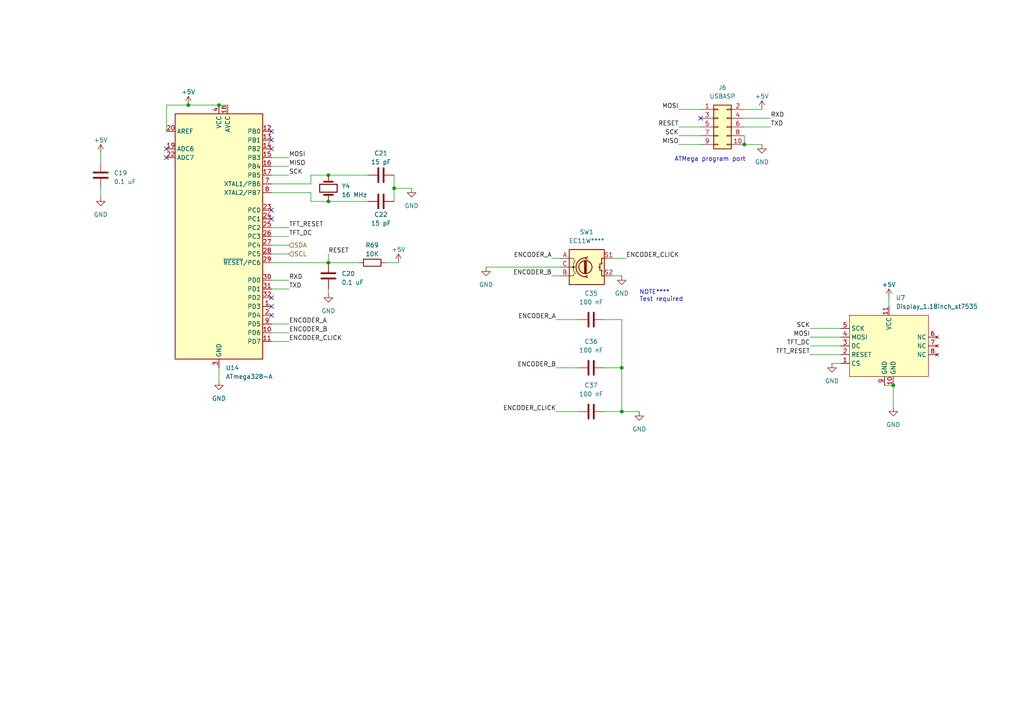
<source format=kicad_sch>
(kicad_sch (version 20230121) (generator eeschema)
  (paper "A4")
  (lib_symbols
    (symbol "Connector_Generic:Conn_02x05_Odd_Even" (pin_names (offset 1.016) hide)
      (property "Reference" "J" (at 1.27 7.62 0))
      (property "Value" "Conn_02x05_Odd_Even" (at 1.27 -7.62 0))
      (symbol "Conn_02x05_Odd_Even_1_1"
        (rectangle (start -1.27 -4.953) (end 0 -5.207) (stroke (width 0.1524)))
        (rectangle (start -1.27 -2.413) (end 0 -2.667) (stroke (width 0.1524)))
        (rectangle (start -1.27 0.127) (end 0 -0.127) (stroke (width 0.1524)))
        (rectangle (start -1.27 2.667) (end 0 2.413) (stroke (width 0.1524)))
        (rectangle (start -1.27 5.207) (end 0 4.953) (stroke (width 0.1524)))
        (rectangle (start -1.27 6.35) (end 3.81 -6.35) (stroke (width 0.254)) (fill (type background)))
        (rectangle (start 3.81 -4.953) (end 2.54 -5.207) (stroke (width 0.1524)))
        (rectangle (start 3.81 -2.413) (end 2.54 -2.667) (stroke (width 0.1524)))
        (rectangle (start 3.81 0.127) (end 2.54 -0.127) (stroke (width 0.1524)))
        (rectangle (start 3.81 2.667) (end 2.54 2.413) (stroke (width 0.1524)))
        (rectangle (start 3.81 5.207) (end 2.54 4.953) (stroke (width 0.1524)))
        (pin passive line (at -5.08 5.08 0) (length 3.81) (name "Pin_1") (number "1"))
        (pin passive line (at 7.62 -5.08 180) (length 3.81) (name "Pin_10") (number "10"))
        (pin passive line (at 7.62 5.08 180) (length 3.81) (name "Pin_2") (number "2"))
        (pin passive line (at -5.08 2.54 0) (length 3.81) (name "Pin_3") (number "3"))
        (pin passive line (at 7.62 2.54 180) (length 3.81) (name "Pin_4") (number "4"))
        (pin passive line (at -5.08 0 0) (length 3.81) (name "Pin_5") (number "5"))
        (pin passive line (at 7.62 0 180) (length 3.81) (name "Pin_6") (number "6"))
        (pin passive line (at -5.08 -2.54 0) (length 3.81) (name "Pin_7") (number "7"))
        (pin passive line (at 7.62 -2.54 180) (length 3.81) (name "Pin_8") (number "8"))
        (pin passive line (at -5.08 -5.08 0) (length 3.81) (name "Pin_9") (number "9"))
      )
    )
    (symbol "Device:C" (pin_numbers hide) (pin_names (offset 0.254))
      (property "Reference" "C" (at 0.635 2.54 0))
      (property "Value" "C" (at 0.635 -2.54 0))
      (symbol "C_0_1"
        (polyline (pts (xy -2.032 -0.762) (xy 2.032 -0.762)) (stroke (width 0.508)))
        (polyline (pts (xy -2.032 0.762) (xy 2.032 0.762)) (stroke (width 0.508)))
      )
      (symbol "C_1_1"
        (pin passive line (at 0 3.81 270) (length 2.794) (name "~") (number "1"))
        (pin passive line (at 0 -3.81 90) (length 2.794) (name "~") (number "2"))
      )
    )
    (symbol "Device:Crystal" (pin_numbers hide) (pin_names (offset 1.016) hide)
      (property "Reference" "Y" (at 0 3.81 0))
      (property "Value" "Crystal" (at 0 -3.81 0))
      (symbol "Crystal_0_1"
        (rectangle (start -1.143 2.54) (end 1.143 -2.54) (stroke (width 0.3048)))
        (polyline (pts (xy -2.54 0) (xy -1.905 0)))
        (polyline (pts (xy -1.905 -1.27) (xy -1.905 1.27)) (stroke (width 0.508)))
        (polyline (pts (xy 1.905 -1.27) (xy 1.905 1.27)) (stroke (width 0.508)))
        (polyline (pts (xy 2.54 0) (xy 1.905 0)))
      )
      (symbol "Crystal_1_1"
        (pin passive line (at -3.81 0 0) (length 1.27) (name "1") (number "1"))
        (pin passive line (at 3.81 0 180) (length 1.27) (name "2") (number "2"))
      )
    )
    (symbol "Device:R" (pin_numbers hide) (pin_names (offset 0))
      (property "Reference" "R" (at 2.032 0 90))
      (property "Value" "R" (at 0 0 90))
      (symbol "R_0_1"
        (rectangle (start -1.016 -2.54) (end 1.016 2.54) (stroke (width 0.254)))
      )
      (symbol "R_1_1"
        (pin passive line (at 0 3.81 270) (length 1.27) (name "~") (number "1"))
        (pin passive line (at 0 -3.81 90) (length 1.27) (name "~") (number "2"))
      )
    )
    (symbol "Device:RotaryEncoder_Switch" (pin_names (offset 0.254) hide)
      (property "Reference" "SW" (at 0 6.604 0))
      (property "Value" "RotaryEncoder_Switch" (at 0 -6.604 0))
      (symbol "RotaryEncoder_Switch_0_1"
        (rectangle (start -5.08 5.08) (end 5.08 -5.08) (stroke (width 0.254)) (fill (type background)))
        (circle (center -3.81 0) (radius 0.254) (fill (type outline)))
        (circle (center -0.381 0) (radius 1.905) (stroke (width 0.254)))
        (arc (start -0.381 2.667) (mid -3.0988 -0.0635) (end -0.381 -2.794) (stroke (width 0.254)))
        (polyline (pts (xy -0.635 -1.778) (xy -0.635 1.778)) (stroke (width 0.254)))
        (polyline (pts (xy -0.381 -1.778) (xy -0.381 1.778)) (stroke (width 0.254)))
        (polyline (pts (xy -0.127 1.778) (xy -0.127 -1.778)) (stroke (width 0.254)))
        (polyline (pts (xy 3.81 0) (xy 3.429 0)) (stroke (width 0.254)))
        (polyline (pts (xy 3.81 1.016) (xy 3.81 -1.016)) (stroke (width 0.254)))
        (polyline (pts (xy -5.08 -2.54) (xy -3.81 -2.54) (xy -3.81 -2.032)))
        (polyline (pts (xy -5.08 2.54) (xy -3.81 2.54) (xy -3.81 2.032)))
        (polyline (pts (xy 0.254 -3.048) (xy -0.508 -2.794) (xy 0.127 -2.413)) (stroke (width 0.254)))
        (polyline (pts (xy 0.254 2.921) (xy -0.508 2.667) (xy 0.127 2.286)) (stroke (width 0.254)))
        (polyline (pts (xy 5.08 -2.54) (xy 4.318 -2.54) (xy 4.318 -1.016)) (stroke (width 0.254)))
        (polyline (pts (xy 5.08 2.54) (xy 4.318 2.54) (xy 4.318 1.016)) (stroke (width 0.254)))
        (polyline (pts (xy -5.08 0) (xy -3.81 0) (xy -3.81 -1.016) (xy -3.302 -2.032)))
        (polyline (pts (xy -4.318 0) (xy -3.81 0) (xy -3.81 1.016) (xy -3.302 2.032)))
        (circle (center 4.318 -1.016) (radius 0.127) (stroke (width 0.254)))
        (circle (center 4.318 1.016) (radius 0.127) (stroke (width 0.254)))
      )
      (symbol "RotaryEncoder_Switch_1_1"
        (pin passive line (at -7.62 2.54 0) (length 2.54) (name "A") (number "A"))
        (pin passive line (at -7.62 -2.54 0) (length 2.54) (name "B") (number "B"))
        (pin passive line (at -7.62 0 0) (length 2.54) (name "C") (number "C"))
        (pin passive line (at 7.62 2.54 180) (length 2.54) (name "S1") (number "S1"))
        (pin passive line (at 7.62 -2.54 180) (length 2.54) (name "S2") (number "S2"))
      )
    )
    (symbol "MCU_Microchip_ATmega:ATmega328-A"
      (property "Reference" "U" (at -12.7 36.83 0))
      (property "Value" "ATmega328-A" (at 2.54 -36.83 0))
      (symbol "ATmega328-A_0_1"
        (rectangle (start -12.7 -35.56) (end 12.7 35.56) (stroke (width 0.254)) (fill (type background)))
      )
      (symbol "ATmega328-A_1_1"
        (pin bidirectional line (at 15.24 -20.32 180) (length 2.54) (name "PD3") (number "1"))
        (pin bidirectional line (at 15.24 -27.94 180) (length 2.54) (name "PD6") (number "10"))
        (pin bidirectional line (at 15.24 -30.48 180) (length 2.54) (name "PD7") (number "11"))
        (pin bidirectional line (at 15.24 30.48 180) (length 2.54) (name "PB0") (number "12"))
        (pin bidirectional line (at 15.24 27.94 180) (length 2.54) (name "PB1") (number "13"))
        (pin bidirectional line (at 15.24 25.4 180) (length 2.54) (name "PB2") (number "14"))
        (pin bidirectional line (at 15.24 22.86 180) (length 2.54) (name "PB3") (number "15"))
        (pin bidirectional line (at 15.24 20.32 180) (length 2.54) (name "PB4") (number "16"))
        (pin bidirectional line (at 15.24 17.78 180) (length 2.54) (name "PB5") (number "17"))
        (pin power_in line (at 2.54 38.1 270) (length 2.54) (name "AVCC") (number "18"))
        (pin input line (at -15.24 25.4 0) (length 2.54) (name "ADC6") (number "19"))
        (pin bidirectional line (at 15.24 -22.86 180) (length 2.54) (name "PD4") (number "2"))
        (pin passive line (at -15.24 30.48 0) (length 2.54) (name "AREF") (number "20"))
        (pin passive line (at 0 -38.1 90) (length 2.54) hide (name "GND") (number "21"))
        (pin input line (at -15.24 22.86 0) (length 2.54) (name "ADC7") (number "22"))
        (pin bidirectional line (at 15.24 7.62 180) (length 2.54) (name "PC0") (number "23"))
        (pin bidirectional line (at 15.24 5.08 180) (length 2.54) (name "PC1") (number "24"))
        (pin bidirectional line (at 15.24 2.54 180) (length 2.54) (name "PC2") (number "25"))
        (pin bidirectional line (at 15.24 0 180) (length 2.54) (name "PC3") (number "26"))
        (pin bidirectional line (at 15.24 -2.54 180) (length 2.54) (name "PC4") (number "27"))
        (pin bidirectional line (at 15.24 -5.08 180) (length 2.54) (name "PC5") (number "28"))
        (pin bidirectional line (at 15.24 -7.62 180) (length 2.54) (name "~{RESET}/PC6") (number "29"))
        (pin power_in line (at 0 -38.1 90) (length 2.54) (name "GND") (number "3"))
        (pin bidirectional line (at 15.24 -12.7 180) (length 2.54) (name "PD0") (number "30"))
        (pin bidirectional line (at 15.24 -15.24 180) (length 2.54) (name "PD1") (number "31"))
        (pin bidirectional line (at 15.24 -17.78 180) (length 2.54) (name "PD2") (number "32"))
        (pin power_in line (at 0 38.1 270) (length 2.54) (name "VCC") (number "4"))
        (pin passive line (at 0 -38.1 90) (length 2.54) hide (name "GND") (number "5"))
        (pin passive line (at 0 38.1 270) (length 2.54) hide (name "VCC") (number "6"))
        (pin bidirectional line (at 15.24 15.24 180) (length 2.54) (name "XTAL1/PB6") (number "7"))
        (pin bidirectional line (at 15.24 12.7 180) (length 2.54) (name "XTAL2/PB7") (number "8"))
        (pin bidirectional line (at 15.24 -25.4 180) (length 2.54) (name "PD5") (number "9"))
      )
    )
    (symbol "My_Library:Display_1.18inch_st7535"
      (property "Reference" "U" (at 0 0 0))
      (property "Value" "Display_1.18inch_st7535" (at 15.24 -11.43 0))
      (symbol "Display_1.18inch_st7535_0_1"
        (rectangle (start -11.43 8.89) (end 11.43 -8.89) (fill (type background)))
      )
      (symbol "Display_1.18inch_st7535_1_1"
        (pin input line (at -13.97 -5.08 0) (length 2.54) (name "CS") (number "1"))
        (pin power_in line (at 1.27 -11.43 90) (length 2.54) (name "GND") (number "10"))
        (pin power_in line (at 0 11.43 270) (length 2.54) (name "VCC") (number "11"))
        (pin input line (at -13.97 -2.54 0) (length 2.54) (name "RESET") (number "2"))
        (pin input line (at -13.97 0 0) (length 2.54) (name "DC") (number "3"))
        (pin input line (at -13.97 2.54 0) (length 2.54) (name "MOSI") (number "4"))
        (pin input line (at -13.97 5.08 0) (length 2.54) (name "SCK") (number "5"))
        (pin no_connect line (at 13.97 2.54 180) (length 2.54) (name "NC") (number "6"))
        (pin no_connect line (at 13.97 0 180) (length 2.54) (name "NC") (number "7"))
        (pin no_connect line (at 13.97 -2.54 180) (length 2.54) (name "NC") (number "8"))
        (pin power_in line (at -1.27 -11.43 90) (length 2.54) (name "GND") (number "9"))
      )
    )
    (symbol "power:+5V" (power) (pin_names (offset 0))
      (property "Value" "+5V" (at 0 3.556 0))
      (symbol "+5V_0_1"
        (polyline (pts (xy -0.762 1.27) (xy 0 2.54)))
        (polyline (pts (xy 0 0) (xy 0 2.54)))
        (polyline (pts (xy 0 2.54) (xy 0.762 1.27)))
      )
      (symbol "+5V_1_1"
        (pin power_in line (at 0 0 90) (length 0) hide (name "+5V") (number "1"))
      )
    )
    (symbol "power:GND" (power) (pin_names (offset 0))
      (property "Value" "GND" (at 0 -3.81 0))
      (symbol "GND_0_1"
        (polyline (pts (xy 0 0) (xy 0 -1.27) (xy 1.27 -1.27) (xy 0 -2.54) (xy -1.27 -1.27) (xy 0 -1.27)))
      )
      (symbol "GND_1_1"
        (pin power_in line (at 0 0 270) (length 0) hide (name "GND") (number "1"))
      )
    )
  )
  (junction (at 259.08 111.76))
  (junction (at 215.9 41.91))
  (junction (at 114.3 54.61))
  (junction (at 180.34 119.38))
  (junction (at 54.61 30.48))
  (junction (at 95.25 50.8))
  (junction (at 95.25 76.2))
  (junction (at 95.25 58.42))
  (junction (at 180.34 106.68))
  (junction (at 63.5 30.48))
  (no_connect (at 78.74 43.18))
  (no_connect (at 78.74 60.96))
  (no_connect (at 78.74 91.44))
  (no_connect (at 78.74 38.1))
  (no_connect (at 78.74 88.9))
  (no_connect (at 48.26 45.72))
  (no_connect (at 78.74 40.64))
  (no_connect (at 78.74 86.36))
  (no_connect (at 48.26 43.18))
  (no_connect (at 78.74 63.5))
  (no_connect (at 203.2 34.29))
  (wire (pts (xy 95.25 83.82) (xy 95.25 85.09)))
  (wire (pts (xy 78.74 48.26) (xy 83.82 48.26)))
  (wire (pts (xy 161.29 106.68) (xy 167.64 106.68)))
  (wire (pts (xy 29.21 54.61) (xy 29.21 57.15)))
  (wire (pts (xy 160.02 80.01) (xy 162.56 80.01)))
  (wire (pts (xy 234.95 102.87) (xy 243.84 102.87)))
  (wire (pts (xy 111.76 76.2) (xy 115.57 76.2)))
  (wire (pts (xy 54.61 30.48) (xy 63.5 30.48)))
  (wire (pts (xy 95.25 50.8) (xy 106.68 50.8)))
  (wire (pts (xy 78.74 71.12) (xy 83.82 71.12)))
  (wire (pts (xy 180.34 119.38) (xy 185.42 119.38)))
  (wire (pts (xy 177.8 74.93) (xy 181.61 74.93)))
  (wire (pts (xy 243.84 97.79) (xy 234.95 97.79)))
  (wire (pts (xy 78.74 55.88) (xy 90.17 55.88)))
  (wire (pts (xy 78.74 50.8) (xy 83.82 50.8)))
  (wire (pts (xy 215.9 41.91) (xy 220.98 41.91)))
  (wire (pts (xy 177.8 80.01) (xy 180.34 80.01)))
  (wire (pts (xy 241.3 105.41) (xy 243.84 105.41)))
  (wire (pts (xy 114.3 54.61) (xy 119.38 54.61)))
  (wire (pts (xy 78.74 83.82) (xy 83.82 83.82)))
  (wire (pts (xy 78.74 96.52) (xy 83.82 96.52)))
  (wire (pts (xy 140.97 77.47) (xy 162.56 77.47)))
  (wire (pts (xy 259.08 111.76) (xy 259.08 118.11)))
  (wire (pts (xy 63.5 30.48) (xy 66.04 30.48)))
  (wire (pts (xy 78.74 93.98) (xy 83.82 93.98)))
  (wire (pts (xy 196.85 36.83) (xy 203.2 36.83)))
  (wire (pts (xy 78.74 76.2) (xy 95.25 76.2)))
  (wire (pts (xy 78.74 73.66) (xy 83.82 73.66)))
  (wire (pts (xy 95.25 73.66) (xy 95.25 76.2)))
  (wire (pts (xy 257.81 86.36) (xy 257.81 88.9)))
  (wire (pts (xy 175.26 106.68) (xy 180.34 106.68)))
  (wire (pts (xy 243.84 100.33) (xy 234.95 100.33)))
  (wire (pts (xy 243.84 95.25) (xy 234.95 95.25)))
  (wire (pts (xy 114.3 50.8) (xy 114.3 54.61)))
  (wire (pts (xy 29.21 44.45) (xy 29.21 46.99)))
  (wire (pts (xy 175.26 92.71) (xy 180.34 92.71)))
  (wire (pts (xy 196.85 41.91) (xy 203.2 41.91)))
  (wire (pts (xy 78.74 66.04) (xy 83.82 66.04)))
  (wire (pts (xy 256.54 111.76) (xy 259.08 111.76)))
  (wire (pts (xy 90.17 53.34) (xy 90.17 50.8)))
  (wire (pts (xy 215.9 36.83) (xy 223.52 36.83)))
  (wire (pts (xy 215.9 31.75) (xy 220.98 31.75)))
  (wire (pts (xy 161.29 92.71) (xy 167.64 92.71)))
  (wire (pts (xy 180.34 106.68) (xy 180.34 119.38)))
  (wire (pts (xy 215.9 34.29) (xy 223.52 34.29)))
  (wire (pts (xy 78.74 99.06) (xy 83.82 99.06)))
  (wire (pts (xy 175.26 119.38) (xy 180.34 119.38)))
  (wire (pts (xy 180.34 92.71) (xy 180.34 106.68)))
  (wire (pts (xy 95.25 58.42) (xy 106.68 58.42)))
  (wire (pts (xy 78.74 53.34) (xy 90.17 53.34)))
  (wire (pts (xy 90.17 50.8) (xy 95.25 50.8)))
  (wire (pts (xy 114.3 54.61) (xy 114.3 58.42)))
  (wire (pts (xy 95.25 76.2) (xy 104.14 76.2)))
  (wire (pts (xy 90.17 58.42) (xy 95.25 58.42)))
  (wire (pts (xy 161.29 119.38) (xy 167.64 119.38)))
  (wire (pts (xy 196.85 31.75) (xy 203.2 31.75)))
  (wire (pts (xy 196.85 39.37) (xy 203.2 39.37)))
  (wire (pts (xy 78.74 81.28) (xy 83.82 81.28)))
  (wire (pts (xy 215.9 39.37) (xy 215.9 41.91)))
  (wire (pts (xy 160.02 74.93) (xy 162.56 74.93)))
  (wire (pts (xy 90.17 55.88) (xy 90.17 58.42)))
  (wire (pts (xy 48.26 38.1) (xy 48.26 30.48)))
  (wire (pts (xy 63.5 106.68) (xy 63.5 110.49)))
  (wire (pts (xy 78.74 68.58) (xy 83.82 68.58)))
  (wire (pts (xy 48.26 30.48) (xy 54.61 30.48)))
  (wire (pts (xy 78.74 45.72) (xy 83.82 45.72)))
  (text "NOTE****\nTest required" (at 185.42 87.63 0) (effects (font (size 1.27 1.27)) (justify left bottom)))
  (text "ATMega program port" (at 195.58 46.99 0) (effects (font (size 1.27 1.27)) (justify left bottom)))
  (label "ENCODER_CLICK" (at 83.82 99.06 0))
  (label "TFT_DC" (at 83.82 68.58 0))
  (label "ENCODER_A" (at 83.82 93.98 0))
  (label "ENCODER_CLICK" (at 181.61 74.93 0))
  (label "ENCODER_B" (at 83.82 96.52 0))
  (label "ENCODER_B" (at 161.29 106.68 180))
  (label "RESET" (at 95.25 73.66 0))
  (label "MOSI" (at 234.95 97.79 180))
  (label "ENCODER_B" (at 160.02 80.01 180))
  (label "MOSI" (at 196.85 31.75 180))
  (label "ENCODER_A" (at 161.29 92.71 180))
  (label "SCK" (at 196.85 39.37 180))
  (label "MISO" (at 83.82 48.26 0))
  (label "MISO" (at 196.85 41.91 180))
  (label "ENCODER_CLICK" (at 161.29 119.38 180))
  (label "SCK" (at 83.82 50.8 0))
  (label "RXD" (at 83.82 81.28 0))
  (label "TXD" (at 83.82 83.82 0))
  (label "RXD" (at 223.52 34.29 0))
  (label "TFT_RESET" (at 234.95 102.87 180))
  (label "MOSI" (at 83.82 45.72 0))
  (label "TXD" (at 223.52 36.83 0))
  (label "TFT_DC" (at 234.95 100.33 180))
  (label "ENCODER_A" (at 160.02 74.93 180))
  (label "SCK" (at 234.95 95.25 180))
  (label "TFT_RESET" (at 83.82 66.04 0))
  (label "RESET" (at 196.85 36.83 180))
  (hierarchical_label "SDA" (shape input) (at 83.82 71.12 0))
  (hierarchical_label "SCL" (shape input) (at 83.82 73.66 0))
  (symbol (lib_id "power:GND") (at 220.98 41.91 0) (unit 1)
    (property "Reference" "#PWR0107" (effects hide))
    (property "Value" "GND" (at 220.98 46.99 0))
    (instances (project "supply" (path "" (reference "#PWR0107") (unit 1))) (project "3dprinter_module_kicad" (path "" (reference "#PWR058") (unit 1))))
  )
  (symbol (lib_id "power:+5V") (at 115.57 76.2 0) (unit 1)
    (property "Reference" "#PWR0104" (effects hide))
    (property "Value" "+5V" (at 115.57 72.39 0))
  )
  (symbol (lib_id "MCU_Microchip_ATmega:ATmega328-A") (at 63.5 68.58 0) (unit 1)
    (property "Reference" "U14" (at 65.4559 106.68 0) (effects (justify left)))
    (property "Value" "ATmega328-A" (at 65.4559 109.22 0) (effects (justify left)))
    (property "Footprint" "Package_QFP:TQFP-32_7x7mm_P0.8mm" (effects hide))
    (property "Datasheet" "http://ww1.microchip.com/downloads/en/DeviceDoc/ATmega328_P%20AVR%20MCU%20with%20picoPower%20Technology%20Data%20Sheet%2040001984A.pdf" (effects hide))
  )
  (symbol (lib_id "Device:C") (at 171.45 92.71 90) (unit 1)
    (property "Reference" "C35" (at 171.45 85.09 90))
    (property "Value" "100 nF" (at 171.45 87.63 90))
    (property "Footprint" "Capacitor_SMD:C_0603_1608Metric" (effects hide))
    (instances (project "xray" (path "" (reference "C35") (unit 1))) (project "supply" (path "" (reference "C23") (unit 1))))
  )
  (symbol (lib_id "power:+5V") (at 220.98 31.75 0) (unit 1)
    (property "Reference" "#PWR0106" (effects hide))
    (property "Value" "+5V" (at 220.98 27.94 0))
  )
  (symbol (lib_id "Device:C") (at 110.49 58.42 90) (unit 1)
    (property "Reference" "C22" (at 110.49 62.23 90))
    (property "Value" "15 pF" (at 110.49 64.77 90))
  )
  (symbol (lib_id "power:+5V") (at 54.61 30.48 0) (unit 1)
    (property "Reference" "#PWR0101" (effects hide))
    (property "Value" "+5V" (at 54.61 26.67 0))
  )
  (symbol (lib_id "power:+5V") (at 29.21 44.45 0) (unit 1)
    (property "Reference" "#PWR099" (effects hide))
    (property "Value" "+5V" (at 29.21 40.64 0))
  )
  (symbol (lib_id "Device:R") (at 107.95 76.2 90) (unit 1)
    (property "Reference" "R69" (at 107.95 71.12 90))
    (property "Value" "10K" (at 107.95 73.66 90))
  )
  (symbol (lib_id "power:GND") (at 119.38 54.61 0) (unit 1)
    (property "Reference" "#PWR0105" (effects hide))
    (property "Value" "GND" (at 119.38 59.69 0))
  )
  (symbol (lib_id "Device:C") (at 110.49 50.8 90) (unit 1)
    (property "Reference" "C21" (at 110.49 44.45 90))
    (property "Value" "15 pF" (at 110.49 46.99 90))
  )
  (symbol (lib_id "Device:C") (at 171.45 106.68 90) (unit 1)
    (property "Reference" "C36" (at 171.45 99.06 90))
    (property "Value" "100 nF" (at 171.45 101.6 90))
    (property "Footprint" "Capacitor_SMD:C_0603_1608Metric" (effects hide))
    (instances (project "xray" (path "" (reference "C36") (unit 1))) (project "supply" (path "" (reference "C24") (unit 1))))
  )
  (symbol (lib_id "power:GND") (at 241.3 105.41 0) (unit 1)
    (property "Reference" "#PWR069" (effects hide))
    (property "Value" "GND" (at 241.3 110.49 0))
    (instances (project "xray" (path "" (reference "#PWR069") (unit 1))) (project "supply" (path "" (reference "#PWR0108") (unit 1))))
  )
  (symbol (lib_id "Device:Crystal") (at 95.25 54.61 90) (unit 1)
    (property "Reference" "Y4" (at 99.06 53.975 90) (effects (justify right)))
    (property "Value" "16 MHz" (at 99.06 56.515 90) (effects (justify right)))
  )
  (symbol (lib_id "power:GND") (at 95.25 85.09 0) (unit 1)
    (property "Reference" "#PWR0103" (effects hide))
    (property "Value" "GND" (at 95.25 90.17 0))
  )
  (symbol (lib_id "Device:C") (at 171.45 119.38 90) (unit 1)
    (property "Reference" "C37" (at 171.45 111.76 90))
    (property "Value" "100 nF" (at 171.45 114.3 90))
    (property "Footprint" "Capacitor_SMD:C_0603_1608Metric" (effects hide))
    (instances (project "xray" (path "" (reference "C37") (unit 1))) (project "supply" (path "" (reference "C25") (unit 1))))
  )
  (symbol (lib_id "Device:RotaryEncoder_Switch") (at 170.18 77.47 0) (unit 1)
    (property "Reference" "SW1" (at 170.18 67.31 0))
    (property "Value" "EC11W****" (at 170.18 69.85 0))
    (property "Footprint" "Rotary_Encoder:RotaryEncoder_Alps_EC11E-Switch_Vertical_H20mm_CircularMountingHoles" (effects hide))
  )
  (symbol (lib_id "power:GND") (at 29.21 57.15 0) (unit 1)
    (property "Reference" "#PWR0100" (effects hide))
    (property "Value" "GND" (at 29.21 62.23 0))
  )
  (symbol (lib_id "Connector_Generic:Conn_02x05_Odd_Even") (at 208.28 36.83 0) (unit 1)
    (property "Reference" "J6" (at 209.55 25.4 0))
    (property "Value" "USBASP" (at 209.55 27.94 0))
    (property "Footprint" "Connector_PinHeader_2.54mm:PinHeader_2x05_P2.54mm_Vertical" (effects hide))
    (property "Sim.Device" "SPICE" (effects hide))
    (property "Sim.Params" "type=\"J\" model=\"USBASP\" lib=\"\"" (effects hide))
    (property "Sim.Pins" "1=1 2=2 3=3 4=4 5=5 6=6 7=7 8=8 9=9 10=10" (effects hide))
    (instances (project "supply" (path "" (reference "J6") (unit 1))) (project "3dprinter_module_kicad" (path "" (reference "J7") (unit 1))))
  )
  (symbol (lib_id "power:GND") (at 180.34 80.01 0) (unit 1)
    (property "Reference" "#PWR060" (effects hide))
    (property "Value" "GND" (at 180.34 85.09 0))
    (instances (project "xray" (path "" (reference "#PWR060") (unit 1))) (project "supply" (path "" (reference "#PWR0112") (unit 1))))
  )
  (symbol (lib_id "power:+5V") (at 257.81 86.36 0) (unit 1)
    (property "Reference" "#PWR0109" (effects hide))
    (property "Value" "+5V" (at 257.81 82.55 0))
  )
  (symbol (lib_id "Device:C") (at 29.21 50.8 0) (unit 1)
    (property "Reference" "C19" (at 33.02 50.165 0) (effects (justify left)))
    (property "Value" "0.1 uF" (at 33.02 52.705 0) (effects (justify left)))
  )
  (symbol (lib_id "power:GND") (at 259.08 118.11 0) (unit 1)
    (property "Reference" "#PWR073" (effects hide))
    (property "Value" "GND" (at 259.08 123.19 0))
    (instances (project "xray" (path "" (reference "#PWR073") (unit 1))) (project "supply" (path "" (reference "#PWR0110") (unit 1))))
  )
  (symbol (lib_id "My_Library:Display_1.18inch_st7535") (at 257.81 100.33 0) (unit 1)
    (property "Reference" "U7" (at 259.8294 86.36 0) (effects (justify left)))
    (property "Value" "Display_1.18inch_st7535" (at 259.8294 88.9 0) (effects (justify left)))
    (property "Footprint" "Library:Display_1.18inch_st7735" (effects hide))
    (instances (project "xray" (path "" (reference "U7") (unit 1))) (project "supply" (path "" (reference "U15") (unit 1))))
  )
  (symbol (lib_id "Device:C") (at 95.25 80.01 0) (unit 1)
    (property "Reference" "C20" (at 99.06 79.375 0) (effects (justify left)))
    (property "Value" "0.1 uF" (at 99.06 81.915 0) (effects (justify left)))
  )
  (symbol (lib_id "power:GND") (at 185.42 119.38 0) (unit 1)
    (property "Reference" "#PWR061" (effects hide))
    (property "Value" "GND" (at 185.42 124.46 0))
    (instances (project "xray" (path "" (reference "#PWR061") (unit 1))) (project "supply" (path "" (reference "#PWR0113") (unit 1))))
  )
  (symbol (lib_id "power:GND") (at 140.97 77.47 0) (unit 1)
    (property "Reference" "#PWR057" (effects hide))
    (property "Value" "GND" (at 140.97 82.55 0))
    (instances (project "xray" (path "" (reference "#PWR057") (unit 1))) (project "supply" (path "" (reference "#PWR0111") (unit 1))))
  )
  (symbol (lib_id "power:GND") (at 63.5 110.49 0) (unit 1)
    (property "Reference" "#PWR0102" (effects hide))
    (property "Value" "GND" (at 63.5 115.57 0))
  )
)
</source>
